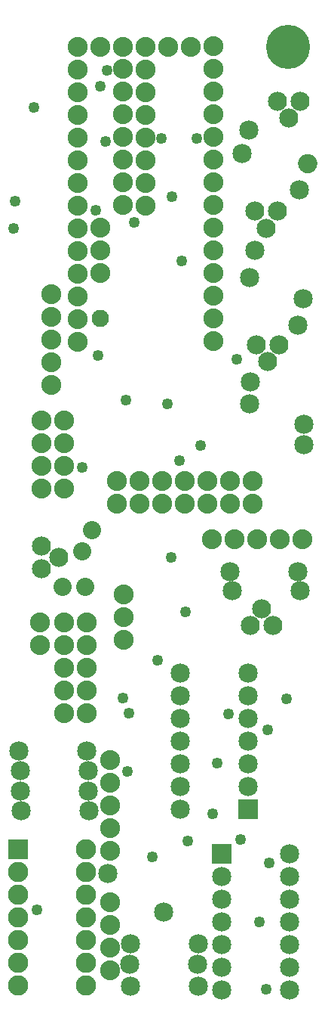
<source format=gbs>
G04 MADE WITH FRITZING*
G04 WWW.FRITZING.ORG*
G04 DOUBLE SIDED*
G04 HOLES PLATED*
G04 CONTOUR ON CENTER OF CONTOUR VECTOR*
%ASAXBY*%
%FSLAX23Y23*%
%MOIN*%
%OFA0B0*%
%SFA1.0B1.0*%
%ADD10C,0.080000*%
%ADD11C,0.195039*%
%ADD12C,0.088000*%
%ADD13C,0.076667*%
%ADD14C,0.089370*%
%ADD15C,0.084000*%
%ADD16C,0.085000*%
%ADD17C,0.035000*%
%ADD18C,0.049370*%
%ADD19R,0.089370X0.089370*%
%ADD20R,0.085000X0.085000*%
%ADD21R,0.001000X0.001000*%
%LNMASK0*%
G90*
G70*
G54D10*
X286Y1895D03*
X386Y1895D03*
X374Y2054D03*
X417Y2145D03*
G54D11*
X1282Y4277D03*
G54D12*
X556Y1661D03*
G54D13*
X353Y4278D03*
X353Y4178D03*
X353Y4078D03*
X353Y3978D03*
X353Y3878D03*
X353Y3778D03*
X353Y3678D03*
X353Y3578D03*
X353Y3478D03*
X353Y3378D03*
X353Y3278D03*
X353Y3178D03*
X353Y3078D03*
X353Y2978D03*
X453Y3078D03*
X953Y4278D03*
X953Y4178D03*
X953Y4078D03*
X953Y3978D03*
X953Y3878D03*
X953Y3778D03*
X953Y3678D03*
X953Y3578D03*
X953Y3478D03*
X953Y3378D03*
X953Y3278D03*
X953Y3178D03*
X953Y3078D03*
X953Y2978D03*
X453Y3378D03*
X453Y3278D03*
X453Y3478D03*
X753Y4278D03*
X853Y4278D03*
X653Y4278D03*
X453Y4278D03*
X553Y4278D03*
X353Y4278D03*
X353Y4178D03*
X353Y4078D03*
X353Y3978D03*
X353Y3878D03*
X353Y3778D03*
X353Y3678D03*
X353Y3578D03*
X353Y3478D03*
X353Y3378D03*
X353Y3278D03*
X353Y3178D03*
X353Y3078D03*
X353Y2978D03*
X453Y3078D03*
X953Y4278D03*
X953Y4178D03*
X953Y4078D03*
X953Y3978D03*
X953Y3878D03*
X953Y3778D03*
X953Y3678D03*
X953Y3578D03*
X953Y3478D03*
X953Y3378D03*
X953Y3278D03*
X953Y3178D03*
X953Y3078D03*
X953Y2978D03*
X453Y3378D03*
X453Y3278D03*
X453Y3478D03*
X753Y4278D03*
X853Y4278D03*
X653Y4278D03*
X453Y4278D03*
X553Y4278D03*
X553Y4178D03*
X553Y4178D03*
X653Y4178D03*
X653Y4178D03*
X654Y4078D03*
X654Y3978D03*
X654Y3878D03*
X654Y3778D03*
X654Y3678D03*
X654Y3578D03*
X654Y4078D03*
X654Y3978D03*
X654Y3878D03*
X654Y3778D03*
X654Y3678D03*
X654Y3578D03*
X553Y4078D03*
X553Y3978D03*
X553Y3878D03*
X553Y3778D03*
X553Y3678D03*
X553Y3578D03*
X553Y4078D03*
X553Y3978D03*
X553Y3878D03*
X553Y3778D03*
X553Y3678D03*
X553Y3578D03*
G54D12*
X556Y1861D03*
X556Y1761D03*
X237Y3187D03*
X237Y3087D03*
X237Y2987D03*
X237Y2887D03*
X237Y2787D03*
X237Y3187D03*
X237Y3087D03*
X237Y2987D03*
X237Y2887D03*
X237Y2787D03*
X528Y2263D03*
X628Y2263D03*
X728Y2263D03*
X828Y2263D03*
X928Y2263D03*
X1028Y2263D03*
X1128Y2263D03*
X528Y2263D03*
X628Y2263D03*
X728Y2263D03*
X828Y2263D03*
X928Y2263D03*
X1028Y2263D03*
X1128Y2263D03*
X1128Y2363D03*
X1028Y2363D03*
X928Y2363D03*
X828Y2363D03*
X728Y2363D03*
X628Y2363D03*
X528Y2363D03*
X294Y1740D03*
X294Y1640D03*
X294Y1540D03*
X294Y1440D03*
X294Y1340D03*
X294Y1740D03*
X294Y1640D03*
X294Y1540D03*
X294Y1440D03*
X294Y1340D03*
X394Y1340D03*
X394Y1440D03*
X394Y1540D03*
X394Y1640D03*
X394Y1740D03*
G54D14*
X89Y740D03*
X389Y740D03*
X89Y640D03*
X389Y640D03*
X89Y540D03*
X389Y540D03*
X89Y440D03*
X389Y440D03*
X89Y340D03*
X389Y340D03*
X89Y240D03*
X389Y240D03*
X89Y140D03*
X389Y140D03*
G54D12*
X292Y2329D03*
X292Y2429D03*
X292Y2529D03*
X292Y2629D03*
X292Y2329D03*
X292Y2429D03*
X292Y2529D03*
X292Y2629D03*
X192Y2629D03*
X192Y2529D03*
X192Y2429D03*
X192Y2329D03*
G54D15*
X1337Y4036D03*
X1287Y3961D03*
X1237Y4036D03*
X1236Y3551D03*
X1186Y3476D03*
X1136Y3551D03*
X1116Y1725D03*
X1166Y1800D03*
X1216Y1725D03*
X1242Y2963D03*
X1192Y2888D03*
X1142Y2963D03*
G54D16*
X1334Y3647D03*
X1079Y3805D03*
X1326Y3048D03*
X1113Y3260D03*
X1327Y1964D03*
X1027Y1964D03*
X1354Y2522D03*
X1115Y2704D03*
X1111Y3910D03*
G54D17*
X1371Y3760D03*
G54D16*
X1137Y3379D03*
X1350Y3166D03*
X1038Y1878D03*
X1338Y1878D03*
X1118Y2800D03*
X1353Y2614D03*
X403Y910D03*
X103Y910D03*
X399Y997D03*
X99Y997D03*
X399Y1087D03*
X99Y1087D03*
X887Y135D03*
X587Y135D03*
X885Y234D03*
X585Y234D03*
X887Y321D03*
X587Y321D03*
X733Y461D03*
X487Y632D03*
X392Y1173D03*
X92Y1173D03*
X1106Y915D03*
X806Y915D03*
X1106Y1015D03*
X806Y1015D03*
X1106Y1115D03*
X806Y1115D03*
X1106Y1215D03*
X806Y1215D03*
X1106Y1315D03*
X806Y1315D03*
X1106Y1415D03*
X806Y1415D03*
X1106Y1515D03*
X806Y1515D03*
X990Y719D03*
X1290Y719D03*
X990Y619D03*
X1290Y619D03*
X990Y519D03*
X1290Y519D03*
X990Y419D03*
X1290Y419D03*
X990Y319D03*
X1290Y319D03*
X990Y219D03*
X1290Y219D03*
X990Y119D03*
X1290Y119D03*
G54D12*
X497Y206D03*
X497Y306D03*
X497Y406D03*
X497Y506D03*
X497Y206D03*
X497Y306D03*
X497Y406D03*
X497Y506D03*
X947Y2106D03*
X1047Y2106D03*
X1147Y2106D03*
X1247Y2106D03*
X1347Y2106D03*
X947Y2106D03*
X1047Y2106D03*
X1147Y2106D03*
X1247Y2106D03*
X1347Y2106D03*
X497Y731D03*
X497Y831D03*
X497Y931D03*
X497Y1031D03*
X497Y1131D03*
X497Y731D03*
X497Y831D03*
X497Y931D03*
X497Y1031D03*
X497Y1131D03*
X354Y4277D03*
X354Y4177D03*
X354Y4077D03*
X354Y3977D03*
X354Y3877D03*
X354Y3777D03*
X354Y3677D03*
X354Y3577D03*
X354Y3477D03*
X354Y3377D03*
X354Y3277D03*
X354Y3177D03*
X354Y3077D03*
X354Y2977D03*
X952Y4278D03*
X952Y4178D03*
X952Y4078D03*
X952Y3978D03*
X952Y3878D03*
X952Y3778D03*
X952Y3678D03*
X952Y3578D03*
X952Y3478D03*
X952Y3378D03*
X952Y3278D03*
X952Y3178D03*
X952Y3078D03*
X952Y2978D03*
X454Y3478D03*
X454Y3378D03*
X454Y3278D03*
X852Y4277D03*
X752Y4277D03*
X652Y4277D03*
X552Y4277D03*
X452Y4277D03*
X852Y4277D03*
X752Y4277D03*
X652Y4277D03*
X552Y4277D03*
X452Y4277D03*
X654Y4177D03*
X654Y4077D03*
X654Y3977D03*
X654Y3877D03*
X654Y3777D03*
X654Y3677D03*
X654Y3577D03*
X552Y4178D03*
X552Y4078D03*
X552Y3978D03*
X552Y3878D03*
X552Y3778D03*
X552Y3678D03*
X552Y3578D03*
G54D18*
X159Y4009D03*
X482Y4173D03*
X434Y3556D03*
X452Y4102D03*
X476Y3858D03*
X1021Y1336D03*
X951Y897D03*
X603Y3503D03*
X804Y2453D03*
X880Y3871D03*
X78Y3595D03*
X71Y3475D03*
X814Y3333D03*
X1200Y678D03*
X1193Y1265D03*
X1072Y783D03*
X174Y472D03*
X1188Y123D03*
X1156Y420D03*
X684Y705D03*
X769Y3616D03*
X751Y2704D03*
X725Y3873D03*
X442Y2915D03*
X372Y2424D03*
X552Y1406D03*
X897Y2520D03*
X1058Y2899D03*
X1278Y1404D03*
X579Y1338D03*
X567Y2720D03*
G54D15*
X194Y1976D03*
X269Y2026D03*
X194Y2076D03*
G54D12*
X187Y1738D03*
X187Y1638D03*
G54D18*
X829Y1787D03*
X767Y2027D03*
X574Y1084D03*
X707Y1573D03*
X841Y777D03*
X971Y1120D03*
G54D19*
X89Y740D03*
G54D20*
X1106Y915D03*
X990Y719D03*
G54D21*
X1363Y3803D02*
X1378Y3803D01*
X1358Y3802D02*
X1381Y3802D01*
X1356Y3801D02*
X1384Y3801D01*
X1353Y3800D02*
X1387Y3800D01*
X1351Y3799D02*
X1389Y3799D01*
X1349Y3798D02*
X1391Y3798D01*
X1348Y3797D02*
X1393Y3797D01*
X1346Y3796D02*
X1394Y3796D01*
X1345Y3795D02*
X1395Y3795D01*
X1344Y3794D02*
X1397Y3794D01*
X1342Y3793D02*
X1398Y3793D01*
X1341Y3792D02*
X1399Y3792D01*
X1340Y3791D02*
X1400Y3791D01*
X1339Y3790D02*
X1401Y3790D01*
X1338Y3789D02*
X1402Y3789D01*
X1338Y3788D02*
X1403Y3788D01*
X1337Y3787D02*
X1403Y3787D01*
X1336Y3786D02*
X1404Y3786D01*
X1335Y3785D02*
X1405Y3785D01*
X1335Y3784D02*
X1405Y3784D01*
X1334Y3783D02*
X1406Y3783D01*
X1333Y3782D02*
X1407Y3782D01*
X1333Y3781D02*
X1407Y3781D01*
X1332Y3780D02*
X1408Y3780D01*
X1332Y3779D02*
X1408Y3779D01*
X1332Y3778D02*
X1409Y3778D01*
X1331Y3777D02*
X1409Y3777D01*
X1331Y3776D02*
X1409Y3776D01*
X1330Y3775D02*
X1410Y3775D01*
X1330Y3774D02*
X1410Y3774D01*
X1330Y3773D02*
X1410Y3773D01*
X1330Y3772D02*
X1411Y3772D01*
X1329Y3771D02*
X1411Y3771D01*
X1329Y3770D02*
X1411Y3770D01*
X1329Y3769D02*
X1411Y3769D01*
X1329Y3768D02*
X1411Y3768D01*
X1328Y3767D02*
X1412Y3767D01*
X1328Y3766D02*
X1412Y3766D01*
X1328Y3765D02*
X1412Y3765D01*
X1328Y3764D02*
X1412Y3764D01*
X1328Y3763D02*
X1412Y3763D01*
X1328Y3762D02*
X1412Y3762D01*
X1328Y3761D02*
X1412Y3761D01*
X1328Y3760D02*
X1412Y3760D01*
X1328Y3759D02*
X1412Y3759D01*
X1328Y3758D02*
X1412Y3758D01*
X1328Y3757D02*
X1412Y3757D01*
X1329Y3756D02*
X1412Y3756D01*
X1329Y3755D02*
X1412Y3755D01*
X1329Y3754D02*
X1411Y3754D01*
X1329Y3753D02*
X1411Y3753D01*
X1329Y3752D02*
X1411Y3752D01*
X1329Y3751D02*
X1411Y3751D01*
X1330Y3750D02*
X1410Y3750D01*
X1330Y3749D02*
X1410Y3749D01*
X1330Y3748D02*
X1410Y3748D01*
X1331Y3747D02*
X1409Y3747D01*
X1331Y3746D02*
X1409Y3746D01*
X1331Y3745D02*
X1409Y3745D01*
X1332Y3744D02*
X1408Y3744D01*
X1332Y3743D02*
X1408Y3743D01*
X1333Y3742D02*
X1407Y3742D01*
X1333Y3741D02*
X1407Y3741D01*
X1334Y3740D02*
X1406Y3740D01*
X1334Y3739D02*
X1406Y3739D01*
X1335Y3738D02*
X1405Y3738D01*
X1336Y3737D02*
X1404Y3737D01*
X1336Y3736D02*
X1404Y3736D01*
X1337Y3735D02*
X1403Y3735D01*
X1338Y3734D02*
X1402Y3734D01*
X1339Y3733D02*
X1401Y3733D01*
X1340Y3732D02*
X1400Y3732D01*
X1341Y3731D02*
X1399Y3731D01*
X1342Y3730D02*
X1398Y3730D01*
X1343Y3729D02*
X1397Y3729D01*
X1344Y3728D02*
X1396Y3728D01*
X1346Y3727D02*
X1395Y3727D01*
X1347Y3726D02*
X1393Y3726D01*
X1349Y3725D02*
X1392Y3725D01*
X1350Y3724D02*
X1390Y3724D01*
X1352Y3723D02*
X1388Y3723D01*
X1355Y3722D02*
X1385Y3722D01*
X1357Y3721D02*
X1383Y3721D01*
X1361Y3720D02*
X1379Y3720D01*
X1367Y3719D02*
X1372Y3719D01*
D02*
G04 End of Mask0*
M02*
</source>
